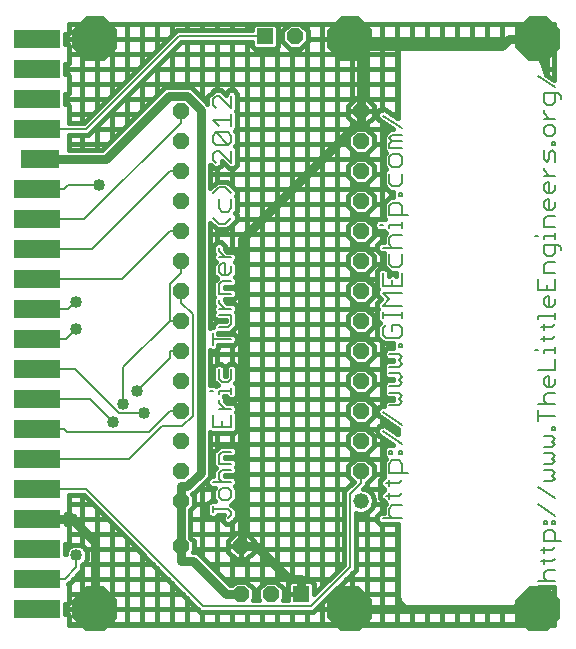
<source format=gbr>
G04 EAGLE Gerber RS-274X export*
G75*
%MOMM*%
%FSLAX34Y34*%
%LPD*%
%INTop Copper*%
%IPPOS*%
%AMOC8*
5,1,8,0,0,1.08239X$1,22.5*%
G01*
%ADD10C,0.127000*%
%ADD11C,0.152400*%
%ADD12P,4.123906X8X22.500000*%
%ADD13C,1.320800*%
%ADD14P,1.429621X8X202.500000*%
%ADD15P,1.429621X8X112.500000*%
%ADD16R,1.320800X1.320800*%
%ADD17P,1.429621X8X292.500000*%
%ADD18R,3.937000X1.524000*%
%ADD19R,3.302000X1.524000*%
%ADD20P,1.429621X8X22.500000*%
%ADD21C,0.762000*%
%ADD22C,1.016000*%
%ADD23C,0.406400*%
%ADD24C,0.203200*%


D10*
X187280Y318135D02*
X189865Y320720D01*
X189865Y323304D01*
X187280Y325889D01*
X174358Y325889D01*
X174358Y328473D02*
X174358Y323304D01*
X189865Y336156D02*
X189865Y341325D01*
X187280Y343909D01*
X182111Y343909D01*
X179527Y341325D01*
X179527Y336156D01*
X182111Y333571D01*
X187280Y333571D01*
X189865Y336156D01*
X189865Y349007D02*
X174358Y349007D01*
X179527Y351592D02*
X182111Y349007D01*
X179527Y351592D02*
X179527Y356761D01*
X182111Y359345D01*
X189865Y359345D01*
X189865Y364443D02*
X179527Y364443D01*
X179527Y372197D01*
X182111Y374781D01*
X189865Y374781D01*
X174358Y395315D02*
X174358Y405653D01*
X174358Y395315D02*
X189865Y395315D01*
X189865Y405653D01*
X182111Y400484D02*
X182111Y395315D01*
X179527Y410751D02*
X189865Y410751D01*
X184696Y410751D02*
X179527Y415920D01*
X179527Y418505D01*
X179527Y423615D02*
X179527Y426199D01*
X189865Y426199D01*
X189865Y423615D02*
X189865Y428784D01*
X174358Y426199D02*
X171773Y426199D01*
X179527Y436490D02*
X179527Y444244D01*
X179527Y436490D02*
X182111Y433905D01*
X187280Y433905D01*
X189865Y436490D01*
X189865Y444244D01*
X189865Y469947D02*
X174358Y469947D01*
X174358Y464778D02*
X174358Y475116D01*
X179527Y480214D02*
X187280Y480214D01*
X189865Y482798D01*
X189865Y490552D01*
X179527Y490552D01*
X179527Y495650D02*
X189865Y495650D01*
X184696Y495650D02*
X179527Y500819D01*
X179527Y503403D01*
X179527Y508513D02*
X189865Y508513D01*
X179527Y508513D02*
X179527Y516267D01*
X182111Y518851D01*
X189865Y518851D01*
X189865Y526534D02*
X189865Y531703D01*
X189865Y526534D02*
X187280Y523949D01*
X182111Y523949D01*
X179527Y526534D01*
X179527Y531703D01*
X182111Y534287D01*
X184696Y534287D01*
X184696Y523949D01*
X189865Y539385D02*
X179527Y539385D01*
X184696Y539385D02*
X179527Y544554D01*
X179527Y547139D01*
X184696Y567685D02*
X189865Y572854D01*
X184696Y567685D02*
X179527Y567685D01*
X174358Y572854D01*
X179527Y580560D02*
X179527Y588313D01*
X179527Y580560D02*
X182111Y577975D01*
X187280Y577975D01*
X189865Y580560D01*
X189865Y588313D01*
X189865Y593411D02*
X184696Y598580D01*
X179527Y598580D01*
X174358Y593411D01*
X189865Y619138D02*
X189865Y629476D01*
X189865Y619138D02*
X179527Y629476D01*
X176942Y629476D01*
X174358Y626892D01*
X174358Y621723D01*
X176942Y619138D01*
X176942Y634574D02*
X187280Y634574D01*
X176942Y634574D02*
X174358Y637159D01*
X174358Y642328D01*
X176942Y644912D01*
X187280Y644912D01*
X189865Y642328D01*
X189865Y637159D01*
X187280Y634574D01*
X176942Y644912D01*
X179527Y650010D02*
X174358Y655179D01*
X189865Y655179D01*
X189865Y650010D02*
X189865Y660348D01*
X189865Y665446D02*
X189865Y675784D01*
X189865Y665446D02*
X179527Y675784D01*
X176942Y675784D01*
X174358Y673200D01*
X174358Y668031D01*
X176942Y665446D01*
D11*
X449822Y264922D02*
X464058Y264922D01*
X456940Y264922D02*
X454567Y267295D01*
X454567Y272040D01*
X456940Y274413D01*
X464058Y274413D01*
X461685Y281795D02*
X452195Y281795D01*
X461685Y281795D02*
X464058Y284168D01*
X454567Y284168D02*
X454567Y279423D01*
X452195Y291462D02*
X461685Y291462D01*
X464058Y293835D01*
X454567Y293835D02*
X454567Y289090D01*
X454567Y298757D02*
X468803Y298757D01*
X454567Y298757D02*
X454567Y305875D01*
X456940Y308247D01*
X461685Y308247D01*
X464058Y305875D01*
X464058Y298757D01*
X454567Y313257D02*
X454567Y315630D01*
X456940Y315630D01*
X456940Y313257D01*
X454567Y313257D01*
X461685Y313257D02*
X461685Y315630D01*
X464058Y315630D01*
X464058Y313257D01*
X461685Y313257D01*
X464058Y320507D02*
X449822Y329998D01*
X449822Y344499D02*
X464058Y335008D01*
X461685Y349508D02*
X454567Y349508D01*
X461685Y349508D02*
X464058Y351881D01*
X461685Y354254D01*
X464058Y356627D01*
X461685Y358999D01*
X454567Y358999D01*
X454567Y364009D02*
X461685Y364009D01*
X464058Y366382D01*
X461685Y368754D01*
X464058Y371127D01*
X461685Y373500D01*
X454567Y373500D01*
X454567Y378510D02*
X461685Y378510D01*
X464058Y380882D01*
X461685Y383255D01*
X464058Y385628D01*
X461685Y388000D01*
X454567Y388000D01*
X461685Y393010D02*
X464058Y393010D01*
X461685Y393010D02*
X461685Y395383D01*
X464058Y395383D01*
X464058Y393010D01*
X464058Y405006D02*
X449822Y405006D01*
X449822Y409751D02*
X449822Y400260D01*
X449822Y414761D02*
X464058Y414761D01*
X456940Y414761D02*
X454567Y417134D01*
X454567Y421879D01*
X456940Y424252D01*
X464058Y424252D01*
X464058Y431634D02*
X464058Y436379D01*
X464058Y431634D02*
X461685Y429261D01*
X456940Y429261D01*
X454567Y431634D01*
X454567Y436379D01*
X456940Y438752D01*
X459313Y438752D01*
X459313Y429261D01*
X464058Y443762D02*
X449822Y443762D01*
X464058Y443762D02*
X464058Y453253D01*
X454567Y458262D02*
X454567Y460635D01*
X464058Y460635D01*
X464058Y458262D02*
X464058Y463008D01*
X449822Y460635D02*
X447449Y460635D01*
X452195Y470302D02*
X461685Y470302D01*
X464058Y472675D01*
X454567Y472675D02*
X454567Y467929D01*
X452195Y479969D02*
X461685Y479969D01*
X464058Y482342D01*
X454567Y482342D02*
X454567Y477596D01*
X449822Y487264D02*
X449822Y489636D01*
X464058Y489636D01*
X464058Y487264D02*
X464058Y492009D01*
X464058Y499303D02*
X464058Y504049D01*
X464058Y499303D02*
X461685Y496931D01*
X456940Y496931D01*
X454567Y499303D01*
X454567Y504049D01*
X456940Y506421D01*
X459313Y506421D01*
X459313Y496931D01*
X449822Y511431D02*
X449822Y520922D01*
X449822Y511431D02*
X464058Y511431D01*
X464058Y520922D01*
X456940Y516176D02*
X456940Y511431D01*
X454567Y525932D02*
X464058Y525932D01*
X454567Y525932D02*
X454567Y533050D01*
X456940Y535422D01*
X464058Y535422D01*
X468803Y545178D02*
X468803Y547550D01*
X466431Y549923D01*
X454567Y549923D01*
X454567Y542805D01*
X456940Y540432D01*
X461685Y540432D01*
X464058Y542805D01*
X464058Y549923D01*
X454567Y554933D02*
X454567Y557305D01*
X464058Y557305D01*
X464058Y554933D02*
X464058Y559678D01*
X449822Y557305D02*
X447449Y557305D01*
X454567Y564600D02*
X464058Y564600D01*
X454567Y564600D02*
X454567Y571718D01*
X456940Y574090D01*
X464058Y574090D01*
X464058Y581473D02*
X464058Y586218D01*
X464058Y581473D02*
X461685Y579100D01*
X456940Y579100D01*
X454567Y581473D01*
X454567Y586218D01*
X456940Y588591D01*
X459313Y588591D01*
X459313Y579100D01*
X464058Y595973D02*
X464058Y600719D01*
X464058Y595973D02*
X461685Y593601D01*
X456940Y593601D01*
X454567Y595973D01*
X454567Y600719D01*
X456940Y603092D01*
X459313Y603092D01*
X459313Y593601D01*
X464058Y608101D02*
X454567Y608101D01*
X459313Y608101D02*
X454567Y612847D01*
X454567Y615219D01*
X464058Y620185D02*
X464058Y627303D01*
X461685Y629676D01*
X459313Y627303D01*
X459313Y622558D01*
X456940Y620185D01*
X454567Y622558D01*
X454567Y629676D01*
X461685Y634686D02*
X464058Y634686D01*
X461685Y634686D02*
X461685Y637058D01*
X464058Y637058D01*
X464058Y634686D01*
X464058Y644309D02*
X464058Y649054D01*
X461685Y651427D01*
X456940Y651427D01*
X454567Y649054D01*
X454567Y644309D01*
X456940Y641936D01*
X461685Y641936D01*
X464058Y644309D01*
X464058Y656436D02*
X454567Y656436D01*
X459313Y656436D02*
X454567Y661182D01*
X454567Y663554D01*
X468803Y673266D02*
X468803Y675638D01*
X466431Y678011D01*
X454567Y678011D01*
X454567Y670893D01*
X456940Y668520D01*
X461685Y668520D01*
X464058Y670893D01*
X464058Y678011D01*
X464058Y683021D02*
X449822Y692511D01*
X334518Y318262D02*
X318248Y318262D01*
X323671Y320974D02*
X326383Y318262D01*
X323671Y320974D02*
X323671Y326397D01*
X326383Y329109D01*
X334518Y329109D01*
X331806Y337345D02*
X320960Y337345D01*
X331806Y337345D02*
X334518Y340057D01*
X323671Y340057D02*
X323671Y334634D01*
X320960Y348260D02*
X331806Y348260D01*
X334518Y350971D01*
X323671Y350971D02*
X323671Y345548D01*
X323671Y356462D02*
X339941Y356462D01*
X323671Y356462D02*
X323671Y364597D01*
X326383Y367309D01*
X331806Y367309D01*
X334518Y364597D01*
X334518Y356462D01*
X323671Y372834D02*
X323671Y375546D01*
X326383Y375546D01*
X326383Y372834D01*
X323671Y372834D01*
X331806Y372834D02*
X331806Y375546D01*
X334518Y375546D01*
X334518Y372834D01*
X331806Y372834D01*
X334518Y381020D02*
X318248Y391866D01*
X318248Y408238D02*
X334518Y397391D01*
X331806Y413763D02*
X323671Y413763D01*
X331806Y413763D02*
X334518Y416474D01*
X331806Y419186D01*
X334518Y421898D01*
X331806Y424609D01*
X323671Y424609D01*
X323671Y430134D02*
X331806Y430134D01*
X334518Y432846D01*
X331806Y435558D01*
X334518Y438269D01*
X331806Y440981D01*
X323671Y440981D01*
X323671Y446506D02*
X331806Y446506D01*
X334518Y449218D01*
X331806Y451929D01*
X334518Y454641D01*
X331806Y457353D01*
X323671Y457353D01*
X331806Y462877D02*
X334518Y462877D01*
X331806Y462877D02*
X331806Y465589D01*
X334518Y465589D01*
X334518Y462877D01*
X318248Y479198D02*
X320960Y481910D01*
X318248Y479198D02*
X318248Y473775D01*
X320960Y471063D01*
X331806Y471063D01*
X334518Y473775D01*
X334518Y479198D01*
X331806Y481910D01*
X326383Y481910D01*
X326383Y476487D01*
X334518Y487435D02*
X334518Y492858D01*
X334518Y490146D02*
X318248Y490146D01*
X318248Y487435D02*
X318248Y492858D01*
X318248Y498349D02*
X334518Y498349D01*
X323671Y503772D02*
X318248Y498349D01*
X323671Y503772D02*
X318248Y509196D01*
X334518Y509196D01*
X318248Y514721D02*
X318248Y525567D01*
X318248Y514721D02*
X334518Y514721D01*
X334518Y525567D01*
X326383Y520144D02*
X326383Y514721D01*
X323671Y533804D02*
X323671Y541939D01*
X323671Y533804D02*
X326383Y531092D01*
X331806Y531092D01*
X334518Y533804D01*
X334518Y541939D01*
X334518Y547464D02*
X318248Y547464D01*
X323671Y550176D02*
X326383Y547464D01*
X323671Y550176D02*
X323671Y555599D01*
X326383Y558310D01*
X334518Y558310D01*
X323671Y563835D02*
X323671Y566547D01*
X334518Y566547D01*
X334518Y563835D02*
X334518Y569259D01*
X318248Y566547D02*
X315536Y566547D01*
X323671Y574750D02*
X339941Y574750D01*
X323671Y574750D02*
X323671Y582885D01*
X326383Y585596D01*
X331806Y585596D01*
X334518Y582885D01*
X334518Y574750D01*
X334518Y591121D02*
X331806Y591121D01*
X331806Y593833D01*
X334518Y593833D01*
X334518Y591121D01*
X323671Y602019D02*
X323671Y610154D01*
X323671Y602019D02*
X326383Y599307D01*
X331806Y599307D01*
X334518Y602019D01*
X334518Y610154D01*
X334518Y618390D02*
X334518Y623814D01*
X331806Y626525D01*
X326383Y626525D01*
X323671Y623814D01*
X323671Y618390D01*
X326383Y615679D01*
X331806Y615679D01*
X334518Y618390D01*
X334518Y632050D02*
X323671Y632050D01*
X323671Y634762D01*
X326383Y637474D01*
X334518Y637474D01*
X326383Y637474D02*
X323671Y640185D01*
X326383Y642897D01*
X334518Y642897D01*
X334518Y648422D02*
X318248Y659268D01*
D12*
X449580Y723900D03*
X449580Y241300D03*
X290830Y723900D03*
X74930Y723900D03*
X290830Y241300D03*
X74930Y241300D03*
D13*
X299720Y332740D03*
D14*
X299720Y358140D03*
X299720Y383540D03*
X299720Y408940D03*
X299720Y434340D03*
X299720Y459740D03*
X299720Y485140D03*
X299720Y510540D03*
X299720Y535940D03*
X299720Y561340D03*
X299720Y586740D03*
X299720Y612140D03*
X299720Y637540D03*
X299720Y662940D03*
X147320Y662940D03*
X147320Y637540D03*
X147320Y612140D03*
X147320Y586740D03*
X147320Y561340D03*
X147320Y535940D03*
X147320Y510540D03*
X147320Y485140D03*
X147320Y459740D03*
X147320Y434340D03*
X147320Y408940D03*
X147320Y383540D03*
X147320Y358140D03*
X147320Y332740D03*
D15*
X243840Y726440D03*
D16*
X218440Y726440D03*
D17*
X223520Y254000D03*
D16*
X248920Y254000D03*
D17*
X198120Y254000D03*
D18*
X25400Y241300D03*
X25400Y266700D03*
X25400Y292100D03*
X25400Y317500D03*
X25400Y342900D03*
X25400Y368300D03*
X25400Y393700D03*
X25400Y419100D03*
X25400Y444500D03*
X25400Y469900D03*
X25400Y495300D03*
X25400Y520700D03*
X25400Y546100D03*
X25400Y571500D03*
X25400Y596900D03*
D19*
X27940Y622300D03*
D18*
X25400Y647700D03*
X25400Y673100D03*
X25400Y698500D03*
X25400Y723900D03*
D20*
X147320Y294640D03*
X198120Y294640D03*
D21*
X290830Y241300D02*
X449580Y241300D01*
X299720Y650493D02*
X299720Y662940D01*
X199082Y555013D02*
X199082Y294640D01*
X199082Y555013D02*
X294562Y650493D01*
X299720Y650493D01*
X210567Y294640D02*
X199082Y294640D01*
X198120Y294640D01*
X248920Y266447D02*
X248920Y254000D01*
X238760Y266447D02*
X210567Y294640D01*
X238760Y266447D02*
X248920Y266447D01*
X299720Y718108D02*
X418895Y718108D01*
X424687Y723900D01*
X296622Y718108D02*
X290830Y723900D01*
X296622Y718108D02*
X299720Y718108D01*
X299720Y675387D01*
X299720Y662940D01*
X424687Y723900D02*
X449580Y723900D01*
X55269Y317500D02*
X50928Y317500D01*
X25400Y317500D01*
X74930Y297839D02*
X74930Y241300D01*
X74930Y297839D02*
X55269Y317500D01*
D22*
X55269Y317500D03*
D23*
X157988Y328321D02*
X157988Y337159D01*
X156724Y338423D01*
X156938Y338512D01*
X159153Y340727D01*
X170828Y352402D01*
X172027Y355296D01*
X172027Y391001D01*
X172411Y390616D01*
X191811Y390616D01*
X194564Y393369D01*
X194564Y407600D01*
X193961Y408202D01*
X194564Y408805D01*
X194564Y412698D01*
X191811Y415450D01*
X186642Y415450D01*
X184226Y417867D01*
X184226Y420451D01*
X183617Y421060D01*
X184058Y421500D01*
X185334Y421500D01*
X187919Y418916D01*
X191811Y418916D01*
X194564Y421668D01*
X194564Y430730D01*
X192657Y432637D01*
X194564Y434544D01*
X194564Y446190D01*
X191811Y448943D01*
X187919Y448943D01*
X185166Y446190D01*
X185166Y438604D01*
X184226Y438604D01*
X184226Y446190D01*
X181473Y448943D01*
X177580Y448943D01*
X174828Y446190D01*
X174828Y434544D01*
X177412Y431959D01*
X178473Y430898D01*
X177580Y430898D01*
X176942Y430260D01*
X176304Y430898D01*
X172027Y430898D01*
X172027Y460463D01*
X172411Y460079D01*
X176304Y460079D01*
X179057Y462831D01*
X179057Y465248D01*
X191811Y465248D01*
X194564Y468000D01*
X194564Y471893D01*
X191811Y474646D01*
X179057Y474646D01*
X179057Y475515D01*
X189227Y475515D01*
X191811Y478099D01*
X194564Y480852D01*
X194564Y492498D01*
X193961Y493101D01*
X194564Y493703D01*
X194564Y497596D01*
X191811Y500349D01*
X186642Y500349D01*
X184226Y502765D01*
X184226Y503814D01*
X191811Y503814D01*
X194564Y506567D01*
X194564Y510459D01*
X191811Y513212D01*
X184226Y513212D01*
X184226Y514152D01*
X191811Y514152D01*
X194564Y516905D01*
X194564Y520798D01*
X192669Y522692D01*
X194564Y524587D01*
X194564Y533649D01*
X192669Y535544D01*
X194564Y537439D01*
X194564Y541332D01*
X191811Y544084D01*
X186642Y544084D01*
X184226Y546501D01*
X184226Y549085D01*
X181473Y551838D01*
X177580Y551838D01*
X174828Y549085D01*
X174828Y542608D01*
X175466Y541970D01*
X174828Y541332D01*
X174828Y537439D01*
X176723Y535544D01*
X174828Y533649D01*
X174828Y524587D01*
X177580Y521835D01*
X178015Y521400D01*
X177412Y520798D01*
X174828Y518213D01*
X174828Y506567D01*
X175436Y505958D01*
X174828Y505350D01*
X174828Y498872D01*
X175466Y498234D01*
X174828Y497596D01*
X174828Y493703D01*
X175430Y493101D01*
X174828Y492498D01*
X174828Y488605D01*
X177580Y485853D01*
X185166Y485853D01*
X185166Y484913D01*
X177580Y484913D01*
X174828Y482160D01*
X174828Y479815D01*
X172411Y479815D01*
X172027Y479430D01*
X172027Y568539D01*
X177580Y562986D01*
X186642Y562986D01*
X189395Y565738D01*
X194564Y570907D01*
X194564Y574800D01*
X192657Y576707D01*
X194564Y578613D01*
X194564Y590260D01*
X193961Y590862D01*
X194564Y591465D01*
X194564Y595358D01*
X189395Y600527D01*
X186642Y603279D01*
X177580Y603279D01*
X172027Y597726D01*
X172027Y617408D01*
X172411Y617024D01*
X172411Y617024D01*
X174996Y614439D01*
X178889Y614439D01*
X181641Y617192D01*
X181641Y620716D01*
X187919Y614439D01*
X191811Y614439D01*
X194564Y617192D01*
X194564Y631423D01*
X192669Y633317D01*
X194564Y635212D01*
X194564Y644274D01*
X192669Y646169D01*
X194564Y648064D01*
X194564Y662295D01*
X193961Y662897D01*
X194564Y663500D01*
X194564Y677731D01*
X191811Y680483D01*
X187919Y680483D01*
X185166Y677731D01*
X185166Y676791D01*
X184226Y677731D01*
X181473Y680483D01*
X174996Y680483D01*
X173243Y678730D01*
X172411Y677899D01*
X172411Y677899D01*
X171412Y676900D01*
X169659Y675146D01*
X169659Y669356D01*
X168613Y670401D01*
X156791Y682223D01*
X153897Y683422D01*
X135669Y683422D01*
X132775Y682223D01*
X130560Y680008D01*
X80725Y630174D01*
X52832Y630174D01*
X52832Y642192D01*
X52404Y642620D01*
X69015Y642620D01*
X147755Y721360D01*
X207772Y721360D01*
X207772Y718153D01*
X210153Y715772D01*
X226727Y715772D01*
X229108Y718153D01*
X229108Y734727D01*
X226727Y737108D01*
X210153Y737108D01*
X207772Y734727D01*
X207772Y731520D01*
X143547Y731520D01*
X140571Y728544D01*
X140571Y728544D01*
X64807Y652780D01*
X52404Y652780D01*
X52832Y653208D01*
X52832Y667592D01*
X51642Y668782D01*
X49149Y668782D01*
X49149Y677418D01*
X51642Y677418D01*
X52832Y678608D01*
X52832Y692992D01*
X51642Y694182D01*
X49149Y694182D01*
X49149Y702818D01*
X51642Y702818D01*
X52832Y704008D01*
X52832Y718392D01*
X51642Y719582D01*
X49149Y719582D01*
X49149Y728218D01*
X51642Y728218D01*
X52832Y729408D01*
X52832Y737108D01*
X462788Y737108D01*
X462788Y689667D01*
X456692Y693731D01*
X456692Y693862D01*
X453257Y704433D01*
X453257Y704433D01*
X446725Y713424D01*
X446725Y713425D01*
X446724Y713425D01*
X437733Y719957D01*
X437733Y719957D01*
X427162Y723392D01*
X340475Y723392D01*
X335994Y721536D01*
X332564Y718106D01*
X330708Y713625D01*
X330708Y656762D01*
X319262Y664393D01*
X315341Y663609D01*
X313124Y660282D01*
X313908Y656362D01*
X326866Y647723D01*
X324384Y647723D01*
X321557Y644896D01*
X318845Y642184D01*
X318845Y638186D01*
X319558Y637474D01*
X318845Y636761D01*
X318845Y630051D01*
X320965Y627932D01*
X318845Y625813D01*
X318845Y616391D01*
X320965Y614272D01*
X318845Y612153D01*
X318845Y600020D01*
X321655Y597210D01*
X321672Y597193D01*
X324344Y594521D01*
X324384Y594481D01*
X326980Y594481D01*
X326980Y590422D01*
X324384Y590422D01*
X321557Y587595D01*
X318845Y584884D01*
X318845Y572751D01*
X320223Y571373D01*
X313537Y571373D01*
X310710Y568546D01*
X310710Y564548D01*
X313537Y561721D01*
X318961Y561721D01*
X320965Y559717D01*
X318845Y557598D01*
X318845Y552290D01*
X316249Y552290D01*
X313422Y549463D01*
X313422Y545465D01*
X316249Y542638D01*
X318845Y542638D01*
X318845Y531805D01*
X321655Y528995D01*
X321672Y528978D01*
X324344Y526307D01*
X324384Y526266D01*
X329692Y526266D01*
X329692Y523660D01*
X328382Y524970D01*
X324384Y524970D01*
X323074Y523660D01*
X323074Y527566D01*
X320247Y530393D01*
X316249Y530393D01*
X313422Y527566D01*
X313422Y512722D01*
X314186Y511958D01*
X313422Y511195D01*
X313422Y507197D01*
X313482Y507137D01*
X316846Y503772D01*
X316249Y503175D01*
X316249Y503175D01*
X313422Y500348D01*
X313422Y496350D01*
X314169Y495604D01*
X313422Y494857D01*
X313422Y485436D01*
X315541Y483317D01*
X313462Y481237D01*
X313422Y481197D01*
X313422Y471776D01*
X316134Y469064D01*
X318961Y466237D01*
X326980Y466237D01*
X326980Y462178D01*
X321672Y462178D01*
X318845Y459351D01*
X318845Y455354D01*
X321672Y452527D01*
X326980Y452527D01*
X326980Y451332D01*
X321672Y451332D01*
X318845Y448505D01*
X318845Y444507D01*
X319609Y443743D01*
X318845Y442980D01*
X318845Y438982D01*
X321672Y436155D01*
X326980Y436155D01*
X326980Y434960D01*
X321672Y434960D01*
X318845Y432133D01*
X318845Y428135D01*
X319609Y427372D01*
X318845Y426608D01*
X318845Y422610D01*
X321672Y419783D01*
X326980Y419783D01*
X326980Y418589D01*
X321672Y418589D01*
X318845Y415762D01*
X318845Y413279D01*
X315341Y412578D01*
X313124Y409252D01*
X313908Y405331D01*
X330708Y394131D01*
X330708Y389360D01*
X319262Y396991D01*
X315341Y396206D01*
X313124Y392880D01*
X313908Y388960D01*
X326790Y380371D01*
X321672Y380371D01*
X318845Y377544D01*
X318845Y370835D01*
X320965Y368716D01*
X318845Y366596D01*
X318845Y354463D01*
X319592Y353717D01*
X318845Y352970D01*
X316134Y350259D01*
X316134Y346261D01*
X318961Y343434D01*
X318961Y343434D01*
X319592Y342802D01*
X318845Y342056D01*
X316134Y339344D01*
X316134Y335346D01*
X318961Y332519D01*
X318961Y332519D01*
X320965Y330515D01*
X318845Y328396D01*
X318845Y323088D01*
X316249Y323088D01*
X313422Y320261D01*
X313422Y316263D01*
X316249Y313436D01*
X330708Y313436D01*
X330708Y251575D01*
X332564Y247094D01*
X335994Y243664D01*
X340475Y241808D01*
X422712Y241808D01*
X432664Y244475D01*
X432664Y244475D01*
X441588Y249627D01*
X441588Y249627D01*
X448873Y256912D01*
X448873Y256912D01*
X450711Y260096D01*
X462788Y260096D01*
X462788Y228092D01*
X52832Y228092D01*
X52832Y235792D01*
X51642Y236982D01*
X49149Y236982D01*
X49149Y245618D01*
X51642Y245618D01*
X52832Y246808D01*
X52832Y261192D01*
X51642Y262382D01*
X51633Y262382D01*
X53847Y264596D01*
X63882Y274631D01*
X63882Y279021D01*
X63982Y279062D01*
X66554Y281634D01*
X67946Y284995D01*
X67946Y288633D01*
X66554Y291994D01*
X63982Y294566D01*
X60621Y295958D01*
X56983Y295958D01*
X53622Y294566D01*
X51050Y291994D01*
X49658Y288633D01*
X49658Y287782D01*
X49149Y287782D01*
X49149Y296418D01*
X51642Y296418D01*
X52832Y297608D01*
X52832Y311992D01*
X51642Y313182D01*
X49657Y313182D01*
X49657Y315722D01*
X27178Y315722D01*
X27178Y319278D01*
X49657Y319278D01*
X49657Y321818D01*
X51642Y321818D01*
X52832Y323008D01*
X52832Y337392D01*
X52404Y337820D01*
X65067Y337820D01*
X163742Y239145D01*
X259487Y239145D01*
X295147Y274805D01*
X295147Y323087D01*
X297598Y322072D01*
X301842Y322072D01*
X305763Y323696D01*
X308764Y326697D01*
X310388Y330618D01*
X310388Y334862D01*
X308764Y338783D01*
X305763Y341784D01*
X301842Y343408D01*
X301825Y343408D01*
X304800Y346383D01*
X304800Y348133D01*
X310388Y353721D01*
X310388Y362559D01*
X304139Y368808D01*
X295301Y368808D01*
X289052Y362559D01*
X289052Y353721D01*
X293411Y349362D01*
X287963Y343914D01*
X284987Y340938D01*
X284987Y279013D01*
X260096Y254122D01*
X260096Y261206D01*
X259784Y262369D01*
X259183Y263411D01*
X258331Y264263D01*
X257289Y264864D01*
X256126Y265176D01*
X248920Y265176D01*
X248920Y254000D01*
X248920Y254000D01*
X248920Y265176D01*
X241714Y265176D01*
X240551Y264864D01*
X239509Y264263D01*
X238657Y263411D01*
X238056Y262369D01*
X237744Y261206D01*
X237744Y254000D01*
X248920Y254000D01*
X248920Y254000D01*
X237744Y254000D01*
X237744Y249305D01*
X233912Y249305D01*
X234188Y249581D01*
X234188Y258419D01*
X227939Y264668D01*
X219101Y264668D01*
X212852Y258419D01*
X212852Y249581D01*
X213128Y249305D01*
X208512Y249305D01*
X208788Y249581D01*
X208788Y258419D01*
X202539Y264668D01*
X193701Y264668D01*
X190907Y261874D01*
X188935Y261874D01*
X164155Y286653D01*
X161940Y288868D01*
X159046Y290067D01*
X157834Y290067D01*
X157988Y290221D01*
X157988Y299059D01*
X155194Y301853D01*
X155194Y325527D01*
X157988Y328321D01*
X299720Y662940D02*
X299720Y674116D01*
X299720Y662940D02*
X299720Y662940D01*
X299720Y674116D01*
X295091Y674116D01*
X288544Y667569D01*
X288544Y662940D01*
X299720Y662940D01*
X299720Y662940D01*
X288544Y662940D01*
X288544Y658311D01*
X295091Y651764D01*
X299720Y651764D01*
X299720Y662940D01*
X299720Y662940D01*
X299720Y651764D01*
X304349Y651764D01*
X310896Y658311D01*
X310896Y662940D01*
X299720Y662940D01*
X299720Y662940D01*
X310896Y662940D01*
X310896Y667569D01*
X304349Y674116D01*
X299720Y674116D01*
X310388Y641959D02*
X310388Y633121D01*
X310388Y641959D02*
X304139Y648208D01*
X295301Y648208D01*
X289052Y641959D01*
X289052Y633121D01*
X295301Y626872D01*
X304139Y626872D01*
X310388Y633121D01*
X310388Y616559D02*
X310388Y607721D01*
X310388Y616559D02*
X304139Y622808D01*
X295301Y622808D01*
X289052Y616559D01*
X289052Y607721D01*
X295301Y601472D01*
X304139Y601472D01*
X310388Y607721D01*
X310388Y591159D02*
X310388Y582321D01*
X310388Y591159D02*
X304139Y597408D01*
X295301Y597408D01*
X289052Y591159D01*
X289052Y582321D01*
X295301Y576072D01*
X304139Y576072D01*
X310388Y582321D01*
X310388Y565759D02*
X310388Y556921D01*
X310388Y565759D02*
X304139Y572008D01*
X295301Y572008D01*
X289052Y565759D01*
X289052Y556921D01*
X295301Y550672D01*
X304139Y550672D01*
X310388Y556921D01*
X310388Y540359D02*
X310388Y531521D01*
X310388Y540359D02*
X304139Y546608D01*
X295301Y546608D01*
X289052Y540359D01*
X289052Y531521D01*
X295301Y525272D01*
X304139Y525272D01*
X310388Y531521D01*
X310388Y514959D02*
X310388Y506121D01*
X310388Y514959D02*
X304139Y521208D01*
X295301Y521208D01*
X289052Y514959D01*
X289052Y506121D01*
X295301Y499872D01*
X304139Y499872D01*
X310388Y506121D01*
X310388Y489559D02*
X310388Y480721D01*
X310388Y489559D02*
X304139Y495808D01*
X295301Y495808D01*
X289052Y489559D01*
X289052Y480721D01*
X295301Y474472D01*
X304139Y474472D01*
X310388Y480721D01*
X310388Y464159D02*
X310388Y455321D01*
X310388Y464159D02*
X304139Y470408D01*
X295301Y470408D01*
X289052Y464159D01*
X289052Y455321D01*
X295301Y449072D01*
X304139Y449072D01*
X310388Y455321D01*
X310388Y438759D02*
X310388Y429921D01*
X310388Y438759D02*
X304139Y445008D01*
X295301Y445008D01*
X289052Y438759D01*
X289052Y429921D01*
X295301Y423672D01*
X304139Y423672D01*
X310388Y429921D01*
X310388Y413359D02*
X310388Y404521D01*
X310388Y413359D02*
X304139Y419608D01*
X295301Y419608D01*
X289052Y413359D01*
X289052Y404521D01*
X295301Y398272D01*
X304139Y398272D01*
X310388Y404521D01*
X310388Y387959D02*
X310388Y379121D01*
X310388Y387959D02*
X304139Y394208D01*
X295301Y394208D01*
X289052Y387959D01*
X289052Y379121D01*
X295301Y372872D01*
X304139Y372872D01*
X310388Y379121D01*
X182581Y320081D02*
X182581Y316189D01*
X185334Y313436D01*
X189227Y313436D01*
X191811Y316021D01*
X194564Y318773D01*
X194564Y325250D01*
X192811Y327004D01*
X191979Y327835D01*
X191979Y327835D01*
X190980Y328834D01*
X190085Y329730D01*
X194564Y334209D01*
X194564Y343271D01*
X192669Y345166D01*
X194564Y347061D01*
X194564Y350954D01*
X191811Y353706D01*
X184226Y353706D01*
X184226Y354646D01*
X191811Y354646D01*
X194564Y357399D01*
X194564Y361292D01*
X193961Y361894D01*
X194564Y362497D01*
X194564Y366390D01*
X191811Y369142D01*
X184226Y369142D01*
X184226Y370082D01*
X191811Y370082D01*
X194564Y372835D01*
X194564Y376728D01*
X191811Y379480D01*
X180165Y379480D01*
X177412Y376728D01*
X174828Y374143D01*
X174828Y362497D01*
X176723Y360602D01*
X174828Y358707D01*
X174828Y353706D01*
X172411Y353706D01*
X169659Y350954D01*
X169659Y347061D01*
X172411Y344308D01*
X175865Y344308D01*
X174828Y343271D01*
X174828Y334209D01*
X175865Y333172D01*
X172411Y333172D01*
X169659Y330420D01*
X169659Y321358D01*
X172411Y318605D01*
X176304Y318605D01*
X178889Y321190D01*
X183690Y321190D01*
X182581Y320081D01*
X254508Y722021D02*
X254508Y730859D01*
X248259Y737108D01*
X239421Y737108D01*
X233172Y730859D01*
X233172Y722021D01*
X239421Y715772D01*
X248259Y715772D01*
X254508Y722021D01*
X198120Y305816D02*
X198120Y294640D01*
X198120Y294640D01*
X198120Y305816D01*
X193491Y305816D01*
X186944Y299269D01*
X186944Y294640D01*
X198120Y294640D01*
X198120Y294640D01*
X186944Y294640D01*
X186944Y290011D01*
X193491Y283464D01*
X198120Y283464D01*
X198120Y294640D01*
X198120Y294640D01*
X198120Y283464D01*
X202749Y283464D01*
X209296Y290011D01*
X209296Y294640D01*
X198120Y294640D01*
X198120Y294640D01*
X209296Y294640D01*
X209296Y299269D01*
X202749Y305816D01*
X198120Y305816D01*
X52832Y228600D02*
X462788Y228600D01*
X161587Y241300D02*
X49149Y241300D01*
X261642Y241300D02*
X462788Y241300D01*
X148887Y254000D02*
X52832Y254000D01*
X208788Y254000D02*
X212852Y254000D01*
X234188Y254000D02*
X248920Y254000D01*
X274342Y254000D02*
X330708Y254000D01*
X445961Y254000D02*
X462788Y254000D01*
X136187Y266700D02*
X55951Y266700D01*
X184108Y266700D02*
X272674Y266700D01*
X287042Y266700D02*
X330708Y266700D01*
X123487Y279400D02*
X64320Y279400D01*
X171408Y279400D02*
X284987Y279400D01*
X295147Y279400D02*
X330708Y279400D01*
X51156Y292100D02*
X49149Y292100D01*
X66448Y292100D02*
X110787Y292100D01*
X157988Y292100D02*
X186944Y292100D01*
X198120Y292100D02*
X198120Y292100D01*
X209296Y292100D02*
X284987Y292100D01*
X295147Y292100D02*
X330708Y292100D01*
X98087Y304800D02*
X52832Y304800D01*
X155194Y304800D02*
X192475Y304800D01*
X198120Y304800D02*
X198120Y304800D01*
X203765Y304800D02*
X284987Y304800D01*
X295147Y304800D02*
X330708Y304800D01*
X85387Y317500D02*
X27178Y317500D01*
X155194Y317500D02*
X182581Y317500D01*
X193291Y317500D02*
X284987Y317500D01*
X295147Y317500D02*
X313422Y317500D01*
X72687Y330200D02*
X52832Y330200D01*
X157988Y330200D02*
X169659Y330200D01*
X190555Y330200D02*
X284987Y330200D01*
X310215Y330200D02*
X320650Y330200D01*
X174828Y342900D02*
X161327Y342900D01*
X194564Y342900D02*
X286949Y342900D01*
X303068Y342900D02*
X319494Y342900D01*
X174828Y355600D02*
X172027Y355600D01*
X192765Y355600D02*
X289052Y355600D01*
X310388Y355600D02*
X318845Y355600D01*
X174828Y368300D02*
X172027Y368300D01*
X192654Y368300D02*
X294793Y368300D01*
X304647Y368300D02*
X320549Y368300D01*
X289052Y381000D02*
X172027Y381000D01*
X310388Y381000D02*
X325847Y381000D01*
X294793Y393700D02*
X194564Y393700D01*
X304647Y393700D02*
X313671Y393700D01*
X324198Y393700D02*
X330708Y393700D01*
X289052Y406400D02*
X194564Y406400D01*
X310388Y406400D02*
X313694Y406400D01*
X187734Y419100D02*
X184226Y419100D01*
X191996Y419100D02*
X294793Y419100D01*
X304647Y419100D02*
X326980Y419100D01*
X177571Y431800D02*
X172027Y431800D01*
X193494Y431800D02*
X289052Y431800D01*
X310388Y431800D02*
X318845Y431800D01*
X174828Y444500D02*
X172027Y444500D01*
X184226Y444500D02*
X185166Y444500D01*
X194564Y444500D02*
X294793Y444500D01*
X304647Y444500D02*
X318852Y444500D01*
X289052Y457200D02*
X172027Y457200D01*
X310388Y457200D02*
X318845Y457200D01*
X294793Y469900D02*
X194564Y469900D01*
X304647Y469900D02*
X315298Y469900D01*
X175268Y482600D02*
X172027Y482600D01*
X194564Y482600D02*
X289052Y482600D01*
X310388Y482600D02*
X314825Y482600D01*
X174828Y495300D02*
X172027Y495300D01*
X194564Y495300D02*
X294793Y495300D01*
X304647Y495300D02*
X313865Y495300D01*
X174828Y508000D02*
X172027Y508000D01*
X194564Y508000D02*
X289052Y508000D01*
X310388Y508000D02*
X313422Y508000D01*
X177315Y520700D02*
X172027Y520700D01*
X194564Y520700D02*
X294793Y520700D01*
X304647Y520700D02*
X313422Y520700D01*
X174828Y533400D02*
X172027Y533400D01*
X194564Y533400D02*
X289052Y533400D01*
X310388Y533400D02*
X318845Y533400D01*
X174828Y546100D02*
X172027Y546100D01*
X184626Y546100D02*
X294793Y546100D01*
X304647Y546100D02*
X313422Y546100D01*
X289052Y558800D02*
X172027Y558800D01*
X310388Y558800D02*
X320048Y558800D01*
X294793Y571500D02*
X194564Y571500D01*
X304647Y571500D02*
X320096Y571500D01*
X289052Y584200D02*
X194564Y584200D01*
X310388Y584200D02*
X318845Y584200D01*
X294793Y596900D02*
X193022Y596900D01*
X304647Y596900D02*
X321965Y596900D01*
X289052Y609600D02*
X172027Y609600D01*
X310388Y609600D02*
X318845Y609600D01*
X294793Y622300D02*
X194564Y622300D01*
X304647Y622300D02*
X318845Y622300D01*
X85552Y635000D02*
X52832Y635000D01*
X194352Y635000D02*
X289052Y635000D01*
X310388Y635000D02*
X318845Y635000D01*
X98252Y647700D02*
X74095Y647700D01*
X194200Y647700D02*
X294793Y647700D01*
X304647Y647700D02*
X324361Y647700D01*
X72427Y660400D02*
X52832Y660400D01*
X86795Y660400D02*
X110952Y660400D01*
X194564Y660400D02*
X288544Y660400D01*
X299720Y660400D02*
X299720Y660400D01*
X310896Y660400D02*
X313202Y660400D01*
X325251Y660400D02*
X330708Y660400D01*
X85127Y673100D02*
X49149Y673100D01*
X99495Y673100D02*
X123652Y673100D01*
X165914Y673100D02*
X169659Y673100D01*
X194564Y673100D02*
X294075Y673100D01*
X299720Y673100D02*
X299720Y673100D01*
X305365Y673100D02*
X330708Y673100D01*
X97827Y685800D02*
X52832Y685800D01*
X112195Y685800D02*
X330708Y685800D01*
X110527Y698500D02*
X49149Y698500D01*
X124895Y698500D02*
X330708Y698500D01*
X455185Y698500D02*
X462788Y698500D01*
X123227Y711200D02*
X52832Y711200D01*
X137595Y711200D02*
X330708Y711200D01*
X448341Y711200D02*
X462788Y711200D01*
X135927Y723900D02*
X49149Y723900D01*
X229108Y723900D02*
X233172Y723900D01*
X254508Y723900D02*
X462788Y723900D01*
X209645Y736600D02*
X52832Y736600D01*
X227235Y736600D02*
X238913Y736600D01*
X248767Y736600D02*
X462788Y736600D01*
X38100Y319278D02*
X38100Y315722D01*
X50800Y245618D02*
X50800Y236982D01*
X50800Y291390D02*
X50800Y296418D01*
X50800Y313182D02*
X50800Y321818D01*
X50800Y668782D02*
X50800Y677418D01*
X50800Y694182D02*
X50800Y702818D01*
X50800Y719582D02*
X50800Y728218D01*
X63500Y274249D02*
X63500Y228092D01*
X63500Y294765D02*
X63500Y337820D01*
X63500Y630174D02*
X63500Y642620D01*
X63500Y652780D02*
X63500Y737108D01*
X76200Y326687D02*
X76200Y228092D01*
X76200Y630174D02*
X76200Y649805D01*
X76200Y664173D02*
X76200Y737108D01*
X88900Y313987D02*
X88900Y228092D01*
X88900Y638349D02*
X88900Y662505D01*
X88900Y676873D02*
X88900Y737108D01*
X101600Y301287D02*
X101600Y228092D01*
X101600Y651049D02*
X101600Y675205D01*
X101600Y689573D02*
X101600Y737108D01*
X114300Y288587D02*
X114300Y228092D01*
X114300Y663749D02*
X114300Y687905D01*
X114300Y702273D02*
X114300Y737108D01*
X127000Y275887D02*
X127000Y228092D01*
X127000Y676449D02*
X127000Y700605D01*
X127000Y714973D02*
X127000Y737108D01*
X139700Y263187D02*
X139700Y228092D01*
X139700Y683422D02*
X139700Y713305D01*
X139700Y727673D02*
X139700Y737108D01*
X152400Y250487D02*
X152400Y228092D01*
X152400Y683422D02*
X152400Y721360D01*
X152400Y731520D02*
X152400Y737108D01*
X165100Y239145D02*
X165100Y228092D01*
X165100Y285708D02*
X165100Y346674D01*
X165100Y673914D02*
X165100Y721360D01*
X165100Y731520D02*
X165100Y737108D01*
X177800Y239145D02*
X177800Y228092D01*
X177800Y273008D02*
X177800Y320101D01*
X177800Y377115D02*
X177800Y390616D01*
X177800Y430898D02*
X177800Y431571D01*
X177800Y448943D02*
X177800Y461574D01*
X177800Y484913D02*
X177800Y485853D01*
X177800Y521185D02*
X177800Y521615D01*
X177800Y551838D02*
X177800Y562986D01*
X177800Y603279D02*
X177800Y614439D01*
X177800Y680483D02*
X177800Y721360D01*
X177800Y731520D02*
X177800Y737108D01*
X190500Y239145D02*
X190500Y228092D01*
X190500Y261874D02*
X190500Y286455D01*
X190500Y294640D02*
X190500Y294640D01*
X190500Y302825D02*
X190500Y314709D01*
X190500Y329314D02*
X190500Y330145D01*
X190500Y353706D02*
X190500Y354646D01*
X190500Y369142D02*
X190500Y370082D01*
X190500Y379480D02*
X190500Y390616D01*
X190500Y415450D02*
X190500Y418916D01*
X190500Y448943D02*
X190500Y465248D01*
X190500Y474646D02*
X190500Y476788D01*
X190500Y500349D02*
X190500Y503814D01*
X190500Y513212D02*
X190500Y514152D01*
X190500Y544084D02*
X190500Y566843D01*
X190500Y599422D02*
X190500Y614439D01*
X190500Y680483D02*
X190500Y721360D01*
X190500Y731520D02*
X190500Y737108D01*
X203200Y239145D02*
X203200Y228092D01*
X203200Y264007D02*
X203200Y283915D01*
X203200Y294640D02*
X203200Y294640D01*
X203200Y305365D02*
X203200Y721360D01*
X203200Y731520D02*
X203200Y737108D01*
X215900Y239145D02*
X215900Y228092D01*
X215900Y261467D02*
X215900Y715772D01*
X215900Y737108D02*
X215900Y737108D01*
X228600Y239145D02*
X228600Y228092D01*
X228600Y264007D02*
X228600Y717645D01*
X228600Y735235D02*
X228600Y737108D01*
X241300Y239145D02*
X241300Y228092D01*
X241300Y254000D02*
X241300Y254000D01*
X241300Y265065D02*
X241300Y715772D01*
X241300Y737108D02*
X241300Y737108D01*
X254000Y239145D02*
X254000Y228092D01*
X254000Y265176D02*
X254000Y721513D01*
X254000Y731367D02*
X254000Y737108D01*
X266700Y246358D02*
X266700Y228092D01*
X266700Y260726D02*
X266700Y737108D01*
X279400Y259058D02*
X279400Y228092D01*
X279400Y273426D02*
X279400Y737108D01*
X292100Y271758D02*
X292100Y228092D01*
X292100Y348051D02*
X292100Y350673D01*
X292100Y365607D02*
X292100Y376073D01*
X292100Y391007D02*
X292100Y401473D01*
X292100Y416407D02*
X292100Y426873D01*
X292100Y441807D02*
X292100Y452273D01*
X292100Y467207D02*
X292100Y477673D01*
X292100Y492607D02*
X292100Y503073D01*
X292100Y518007D02*
X292100Y528473D01*
X292100Y543407D02*
X292100Y553873D01*
X292100Y568807D02*
X292100Y579273D01*
X292100Y594207D02*
X292100Y604673D01*
X292100Y619607D02*
X292100Y630073D01*
X292100Y645007D02*
X292100Y654755D01*
X292100Y662940D02*
X292100Y662940D01*
X292100Y671125D02*
X292100Y737108D01*
X304800Y323297D02*
X304800Y228092D01*
X304800Y342183D02*
X304800Y348133D01*
X304800Y368147D02*
X304800Y373533D01*
X304800Y393547D02*
X304800Y398933D01*
X304800Y418947D02*
X304800Y424333D01*
X304800Y444347D02*
X304800Y449733D01*
X304800Y469747D02*
X304800Y475133D01*
X304800Y495147D02*
X304800Y500533D01*
X304800Y520547D02*
X304800Y525933D01*
X304800Y545947D02*
X304800Y551333D01*
X304800Y571347D02*
X304800Y576733D01*
X304800Y596747D02*
X304800Y602133D01*
X304800Y622147D02*
X304800Y627533D01*
X304800Y647547D02*
X304800Y652215D01*
X304800Y662940D02*
X304800Y662940D01*
X304800Y673665D02*
X304800Y737108D01*
X317500Y313436D02*
X317500Y228092D01*
X317500Y323088D02*
X317500Y333980D01*
X317500Y340710D02*
X317500Y344894D01*
X317500Y351625D02*
X317500Y386565D01*
X317500Y396638D02*
X317500Y402936D01*
X317500Y413010D02*
X317500Y467698D01*
X317500Y530393D02*
X317500Y542638D01*
X317500Y552290D02*
X317500Y561721D01*
X317500Y571373D02*
X317500Y653967D01*
X317500Y664040D02*
X317500Y737108D01*
X330200Y313436D02*
X330200Y228092D01*
X330200Y389698D02*
X330200Y394470D01*
X330200Y657101D02*
X330200Y737108D01*
X342900Y241808D02*
X342900Y228092D01*
X342900Y723392D02*
X342900Y737108D01*
X355600Y241808D02*
X355600Y228092D01*
X355600Y723392D02*
X355600Y737108D01*
X368300Y241808D02*
X368300Y228092D01*
X368300Y723392D02*
X368300Y737108D01*
X381000Y241808D02*
X381000Y228092D01*
X381000Y723392D02*
X381000Y737108D01*
X393700Y241808D02*
X393700Y228092D01*
X393700Y723392D02*
X393700Y737108D01*
X406400Y241808D02*
X406400Y228092D01*
X406400Y723392D02*
X406400Y737108D01*
X419100Y241808D02*
X419100Y228092D01*
X419100Y723392D02*
X419100Y737108D01*
X431800Y244243D02*
X431800Y228092D01*
X431800Y721885D02*
X431800Y737108D01*
X444500Y252539D02*
X444500Y228092D01*
X444500Y715041D02*
X444500Y737108D01*
X457200Y260096D02*
X457200Y228092D01*
X457200Y693393D02*
X457200Y737108D01*
D24*
X66911Y647700D02*
X25400Y647700D01*
X66911Y647700D02*
X145651Y726440D01*
X218440Y726440D01*
X51736Y495300D02*
X25400Y495300D01*
X51736Y495300D02*
X58063Y501627D01*
D22*
X58063Y501627D03*
D24*
X49939Y469900D02*
X25400Y469900D01*
X49939Y469900D02*
X58135Y478096D01*
D22*
X58135Y478096D03*
D24*
X95153Y407017D02*
X115779Y407017D01*
X95153Y407017D02*
X57670Y444500D01*
X25400Y444500D01*
D22*
X115779Y407017D03*
D24*
X70012Y419100D02*
X25400Y419100D01*
X70012Y419100D02*
X89565Y399547D01*
D22*
X89565Y399547D03*
D24*
X137667Y408940D02*
X147320Y408940D01*
X50416Y391418D02*
X48134Y393700D01*
X50416Y391418D02*
X120145Y391418D01*
X137667Y408940D01*
X48134Y393700D02*
X25400Y393700D01*
X25400Y368300D02*
X103591Y368300D01*
X131531Y396240D01*
X148297Y396240D01*
X157135Y405078D01*
X157135Y491072D01*
X147320Y500887D01*
X147320Y510540D01*
X147320Y459740D02*
X137667Y459740D01*
X137667Y453790D01*
X110270Y426393D01*
D22*
X110270Y426393D03*
D24*
X299720Y358140D02*
X299720Y348487D01*
X290067Y338834D01*
X290067Y276909D01*
X257383Y244225D01*
X165846Y244225D01*
X67171Y342900D01*
X25400Y342900D01*
X58802Y286814D02*
X58802Y276735D01*
X48767Y266700D01*
X25400Y266700D01*
D22*
X58802Y286814D03*
D24*
X51318Y600084D02*
X78282Y600084D01*
X51318Y600084D02*
X48134Y596900D01*
X25400Y596900D01*
D22*
X78282Y600084D03*
D24*
X147320Y653287D02*
X147320Y662940D01*
X147320Y653287D02*
X65533Y571500D01*
X25400Y571500D01*
X137667Y612140D02*
X147320Y612140D01*
X137667Y612140D02*
X71627Y546100D01*
X25400Y546100D01*
X137667Y561340D02*
X147320Y561340D01*
X137667Y561340D02*
X97027Y520700D01*
X25400Y520700D01*
D21*
X147320Y345187D02*
X147320Y332740D01*
X83987Y622300D02*
X27940Y622300D01*
X83987Y622300D02*
X137235Y675548D01*
X152331Y675548D01*
X164153Y663726D01*
X164153Y356862D01*
X152478Y345187D01*
X147320Y345187D01*
X157480Y282193D02*
X185673Y254000D01*
X157480Y282193D02*
X147320Y282193D01*
X147320Y294640D02*
X147320Y332740D01*
X147320Y294640D02*
X147320Y282193D01*
X185673Y254000D02*
X198120Y254000D01*
D24*
X137667Y485140D02*
X137667Y516634D01*
X147320Y526287D01*
X98466Y445939D02*
X98466Y415201D01*
X98466Y445939D02*
X137667Y485140D01*
X147320Y485140D01*
X147320Y526287D02*
X147320Y535940D01*
D22*
X98466Y415201D03*
M02*

</source>
